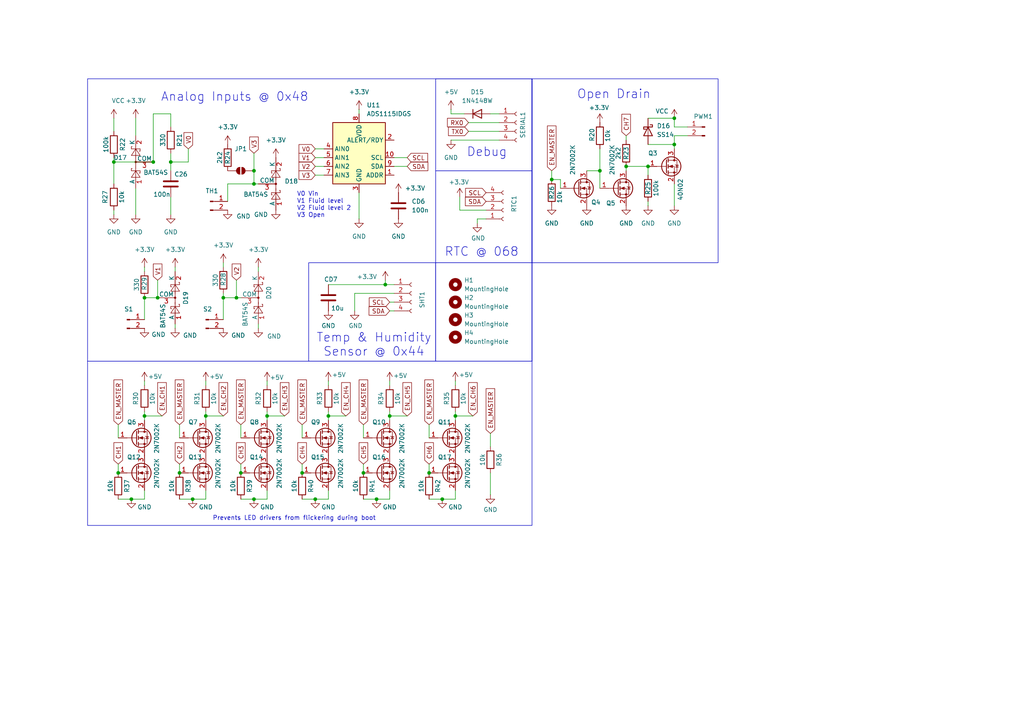
<source format=kicad_sch>
(kicad_sch (version 20231120) (generator "eeschema") (generator_version "8.0")
  (paper "A4")
  (lib_symbols
    (symbol "Analog_ADC:ADS1115IDGS"
      (property "Reference" "U" (at 2.54 13.97 0))
      (property "Value" "ADS1115IDGS" (at 7.62 11.43 0))
      (symbol "ADS1115IDGS_1_1"
        (pin input line (at 10.16 -5.08 180) (length 2.54) (name "ADDR") (number "1"))
        (pin input line (at 10.16 0 180) (length 2.54) (name "SCL") (number "10"))
        (pin output line (at 10.16 5.08 180) (length 2.54) (name "ALERT/RDY") (number "2"))
        (pin power_in line (at 0 -10.16 90) (length 2.54) (name "GND") (number "3"))
        (pin input line (at -10.16 2.54 0) (length 2.54) (name "AIN0") (number "4"))
        (pin input line (at -10.16 0 0) (length 2.54) (name "AIN1") (number "5"))
        (pin input line (at -10.16 -2.54 0) (length 2.54) (name "AIN2") (number "6"))
        (pin input line (at -10.16 -5.08 0) (length 2.54) (name "AIN3") (number "7"))
        (pin power_in line (at 0 12.7 270) (length 2.54) (name "VDD") (number "8"))
        (pin bidirectional line (at 10.16 -2.54 180) (length 2.54) (name "SDA") (number "9"))
      )
    )
    (symbol "Connector:Conn_01x02_Pin" (pin_names (offset 1.016) hide)
      (property "Reference" "J" (at 0 2.54 0))
      (property "Value" "Conn_01x02_Pin" (at 0 -5.08 0))
      (symbol "Conn_01x02_Pin_1_1"
        (pin passive line (at 5.08 0 180) (length 3.81) (name "Pin_1") (number "1"))
        (pin passive line (at 5.08 -2.54 180) (length 3.81) (name "Pin_2") (number "2"))
      )
    )
    (symbol "Connector:Conn_01x04_Socket" (pin_names (offset 1.016) hide)
      (property "Reference" "J" (at 0 5.08 0))
      (property "Value" "Conn_01x04_Socket" (at 0 -7.62 0))
      (symbol "Conn_01x04_Socket_1_1"
        (pin passive line (at -5.08 2.54 0) (length 3.81) (name "Pin_1") (number "1"))
        (pin passive line (at -5.08 0 0) (length 3.81) (name "Pin_2") (number "2"))
        (pin passive line (at -5.08 -2.54 0) (length 3.81) (name "Pin_3") (number "3"))
        (pin passive line (at -5.08 -5.08 0) (length 3.81) (name "Pin_4") (number "4"))
      )
    )
    (symbol "Device:C" (pin_numbers hide) (pin_names (offset 0.254))
      (property "Reference" "C" (at 0.635 2.54 0))
      (property "Value" "C" (at 0.635 -2.54 0))
      (symbol "C_1_1"
        (pin passive line (at 0 3.81 270) (length 2.794) (name "~") (number "1"))
        (pin passive line (at 0 -3.81 90) (length 2.794) (name "~") (number "2"))
      )
    )
    (symbol "Device:R" (pin_numbers hide) (pin_names (offset 0))
      (property "Reference" "R" (at 2.032 0 90))
      (property "Value" "R" (at 0 0 90))
      (symbol "R_1_1"
        (pin passive line (at 0 3.81 270) (length 1.27) (name "~") (number "1"))
        (pin passive line (at 0 -3.81 90) (length 1.27) (name "~") (number "2"))
      )
    )
    (symbol "Diode:1N4148W" (pin_numbers hide) (pin_names hide)
      (property "Reference" "D" (at 0 2.54 0))
      (property "Value" "1N4148W" (at 0 -2.54 0))
      (symbol "1N4148W_1_1"
        (pin passive line (at -3.81 0 0) (length 2.54) (name "K") (number "1"))
        (pin passive line (at 3.81 0 180) (length 2.54) (name "A") (number "2"))
      )
    )
    (symbol "Diode:BAT54S" (pin_names (offset 0))
      (property "Reference" "D" (at 2.54 -5.08 0))
      (property "Value" "BAT54S" (at -6.35 3.175 0))
      (symbol "BAT54S_1_1"
        (pin passive line (at -7.62 0 0) (length 3.81) (name "A") (number "1"))
        (pin passive line (at 7.62 0 180) (length 3.81) (name "K") (number "2"))
        (pin passive line (at 0 -5.08 90) (length 5.08) (name "COM") (number "3"))
      )
    )
    (symbol "Diode:SS14" (pin_numbers hide) (pin_names (offset 1.016) hide)
      (property "Reference" "D" (at 0 2.54 0))
      (property "Value" "SS14" (at 0 -2.54 0))
      (symbol "SS14_1_1"
        (pin passive line (at -3.81 0 0) (length 2.54) (name "K") (number "1"))
        (pin passive line (at 3.81 0 180) (length 2.54) (name "A") (number "2"))
      )
    )
    (symbol "Jumper:SolderJumper_2_Open" (pin_numbers hide) (pin_names (offset 0) hide) (exclude_from_sim yes) (in_bom no)
      (property "Reference" "JP" (at 0 2.032 0))
      (property "Value" "SolderJumper_2_Open" (at 0 -2.54 0))
      (symbol "SolderJumper_2_Open_1_1"
        (pin passive line (at -3.81 0 0) (length 2.54) (name "A") (number "1"))
        (pin passive line (at 3.81 0 180) (length 2.54) (name "B") (number "2"))
      )
    )
    (symbol "Mechanical:MountingHole" (pin_names (offset 1.016)) (exclude_from_sim yes) (in_bom no)
      (property "Reference" "H" (at 0 5.08 0))
      (property "Value" "MountingHole" (at 0 3.175 0))
    )
    (symbol "Transistor_FET:2N7002K" (pin_names hide)
      (property "Reference" "Q" (at 5.08 1.905 0))
      (property "Value" "2N7002K" (at 5.08 0 0))
      (symbol "2N7002K_1_1"
        (pin input line (at -5.08 0 0) (length 2.54) (name "G") (number "1"))
        (pin passive line (at 2.54 -5.08 90) (length 2.54) (name "S") (number "2"))
        (pin passive line (at 2.54 5.08 270) (length 2.54) (name "D") (number "3"))
      )
    )
    (symbol "power:+3.3V" (power) (pin_numbers hide) (pin_names (offset 0) hide)
      (property "Value" "+3.3V" (at 0 3.556 0))
      (symbol "+3.3V_1_1"
        (pin power_in line (at 0 0 90) (length 0) (name "~") (number "1"))
      )
    )
    (symbol "power:+5V" (power) (pin_numbers hide) (pin_names (offset 0) hide)
      (property "Value" "+5V" (at 0 3.556 0))
      (symbol "+5V_1_1"
        (pin power_in line (at 0 0 90) (length 0) (name "~") (number "1"))
      )
    )
    (symbol "power:GND" (power) (pin_numbers hide) (pin_names (offset 0) hide)
      (property "Value" "GND" (at 0 -3.81 0))
      (symbol "GND_1_1"
        (pin power_in line (at 0 0 270) (length 0) (name "~") (number "1"))
      )
    )
    (symbol "power:VCC" (power) (pin_numbers hide) (pin_names (offset 0) hide)
      (property "Value" "VCC" (at 0 3.556 0))
      (symbol "VCC_1_1"
        (pin power_in line (at 0 0 90) (length 0) (name "~") (number "1"))
      )
    )
  )
  (junction (at 73.66 53.34))
  (junction (at 105.41 137.16))
  (junction (at 68.58 86.36))
  (junction (at 195.58 41.91))
  (junction (at 111.76 82.55))
  (junction (at 109.22 144.78))
  (junction (at 77.47 120.65))
  (junction (at 59.69 120.65))
  (junction (at 33.02 46.99))
  (junction (at 64.77 86.36))
  (junction (at 181.61 48.26))
  (junction (at 41.91 120.65))
  (junction (at 128.27 144.78))
  (junction (at 41.91 86.36))
  (junction (at 55.88 144.78))
  (junction (at 195.58 34.29))
  (junction (at 132.08 120.65))
  (junction (at 45.72 86.36))
  (junction (at 113.03 120.65))
  (junction (at 73.66 144.78))
  (junction (at 160.02 52.07))
  (junction (at 91.44 144.78))
  (junction (at 187.96 48.26))
  (junction (at 69.85 137.16))
  (junction (at 173.99 49.53))
  (junction (at 34.29 137.16))
  (junction (at 52.07 137.16))
  (junction (at 124.46 137.16))
  (junction (at 95.25 120.65))
  (junction (at 87.63 137.16))
  (junction (at 44.45 46.99))
  (junction (at 49.53 46.99))
  (junction (at 38.1 144.78))
  (junction (at 73.66 49.53))
  (wire (pts (xy 113.03 90.17) (xy 114.3 90.17)))
  (wire (pts (xy 113.03 120.65) (xy 113.03 121.92)))
  (wire (pts (xy 195.58 39.37) (xy 199.39 39.37)))
  (wire (pts (xy 130.81 40.64) (xy 144.78 40.64)))
  (wire (pts (xy 104.14 31.75) (xy 104.14 33.02)))
  (wire (pts (xy 130.81 33.02) (xy 134.62 33.02)))
  (wire (pts (xy 45.72 81.28) (xy 45.72 86.36)))
  (wire (pts (xy 91.44 50.8) (xy 93.98 50.8)))
  (wire (pts (xy 142.24 125.73) (xy 142.24 129.54)))
  (wire (pts (xy 109.22 144.78) (xy 113.03 144.78)))
  (wire (pts (xy 49.53 33.02) (xy 49.53 36.83)))
  (wire (pts (xy 187.96 58.42) (xy 187.96 59.69)))
  (wire (pts (xy 39.37 34.29) (xy 39.37 39.37)))
  (wire (pts (xy 52.07 123.19) (xy 52.07 127)))
  (wire (pts (xy 54.61 43.18) (xy 54.61 46.99)))
  (wire (pts (xy 133.35 57.15) (xy 133.35 60.96)))
  (wire (pts (xy 87.63 123.19) (xy 87.63 127)))
  (wire (pts (xy 33.02 34.29) (xy 33.02 38.1)))
  (wire (pts (xy 33.02 45.72) (xy 33.02 46.99)))
  (wire (pts (xy 124.46 123.19) (xy 124.46 127)))
  (wire (pts (xy 50.8 93.98) (xy 50.8 95.25)))
  (wire (pts (xy 77.47 119.38) (xy 77.47 120.65)))
  (wire (pts (xy 38.1 144.78) (xy 41.91 144.78)))
  (wire (pts (xy 49.53 46.99) (xy 49.53 49.53)))
  (wire (pts (xy 64.77 86.36) (xy 68.58 86.36)))
  (wire (pts (xy 59.69 111.76) (xy 59.69 110.49)))
  (wire (pts (xy 142.24 33.02) (xy 144.78 33.02)))
  (wire (pts (xy 41.91 120.65) (xy 41.91 121.92)))
  (wire (pts (xy 102.87 85.09) (xy 114.3 85.09)))
  (wire (pts (xy 33.02 46.99) (xy 33.02 53.34)))
  (wire (pts (xy 59.69 120.65) (xy 59.69 121.92)))
  (wire (pts (xy 109.22 144.78) (xy 105.41 144.78)))
  (wire (pts (xy 73.66 53.34) (xy 74.93 53.34)))
  (wire (pts (xy 104.14 55.88) (xy 104.14 63.5)))
  (wire (pts (xy 102.87 90.17) (xy 102.87 85.09)))
  (wire (pts (xy 111.76 82.55) (xy 111.76 81.28)))
  (wire (pts (xy 68.58 81.28) (xy 68.58 86.36)))
  (wire (pts (xy 55.88 144.78) (xy 59.69 144.78)))
  (wire (pts (xy 41.91 86.36) (xy 41.91 92.71)))
  (wire (pts (xy 195.58 34.29) (xy 195.58 36.83)))
  (wire (pts (xy 118.11 120.65) (xy 113.03 120.65)))
  (wire (pts (xy 34.29 123.19) (xy 34.29 127)))
  (wire (pts (xy 73.66 144.78) (xy 77.47 144.78)))
  (wire (pts (xy 64.77 85.09) (xy 64.77 86.36)))
  (wire (pts (xy 181.61 48.26) (xy 187.96 48.26)))
  (wire (pts (xy 113.03 119.38) (xy 113.03 120.65)))
  (wire (pts (xy 49.53 46.99) (xy 54.61 46.99)))
  (wire (pts (xy 59.69 119.38) (xy 59.69 120.65)))
  (wire (pts (xy 38.1 144.78) (xy 34.29 144.78)))
  (wire (pts (xy 95.25 111.76) (xy 95.25 110.49)))
  (wire (pts (xy 132.08 119.38) (xy 132.08 120.65)))
  (wire (pts (xy 132.08 120.65) (xy 132.08 121.92)))
  (wire (pts (xy 195.58 41.91) (xy 195.58 43.18)))
  (wire (pts (xy 195.58 36.83) (xy 199.39 36.83)))
  (wire (pts (xy 113.03 87.63) (xy 114.3 87.63)))
  (wire (pts (xy 181.61 48.26) (xy 181.61 49.53)))
  (wire (pts (xy 41.91 119.38) (xy 41.91 120.65)))
  (wire (pts (xy 66.04 58.42) (xy 66.04 53.34)))
  (wire (pts (xy 114.3 48.26) (xy 118.11 48.26)))
  (wire (pts (xy 74.93 93.98) (xy 74.93 95.25)))
  (wire (pts (xy 69.85 134.62) (xy 69.85 137.16)))
  (wire (pts (xy 173.99 43.18) (xy 173.99 49.53)))
  (wire (pts (xy 91.44 144.78) (xy 95.25 144.78)))
  (wire (pts (xy 187.96 34.29) (xy 195.58 34.29)))
  (wire (pts (xy 95.25 82.55) (xy 111.76 82.55)))
  (wire (pts (xy 87.63 134.62) (xy 87.63 137.16)))
  (wire (pts (xy 95.25 142.24) (xy 95.25 144.78)))
  (wire (pts (xy 138.43 64.77) (xy 138.43 63.5)))
  (wire (pts (xy 160.02 52.07) (xy 162.56 52.07)))
  (wire (pts (xy 41.91 86.36) (xy 45.72 86.36)))
  (wire (pts (xy 73.66 49.53) (xy 73.66 53.34)))
  (wire (pts (xy 49.53 57.15) (xy 49.53 62.23)))
  (wire (pts (xy 130.81 31.75) (xy 130.81 33.02)))
  (wire (pts (xy 113.03 142.24) (xy 113.03 144.78)))
  (wire (pts (xy 135.89 38.1) (xy 144.78 38.1)))
  (wire (pts (xy 44.45 33.02) (xy 44.45 46.99)))
  (wire (pts (xy 52.07 134.62) (xy 52.07 137.16)))
  (wire (pts (xy 74.93 77.47) (xy 74.93 78.74)))
  (wire (pts (xy 77.47 120.65) (xy 77.47 121.92)))
  (wire (pts (xy 77.47 142.24) (xy 77.47 144.78)))
  (wire (pts (xy 55.88 144.78) (xy 52.07 144.78)))
  (wire (pts (xy 173.99 49.53) (xy 173.99 54.61)))
  (wire (pts (xy 77.47 111.76) (xy 77.47 110.49)))
  (wire (pts (xy 68.58 86.36) (xy 69.85 86.36)))
  (wire (pts (xy 132.08 111.76) (xy 132.08 110.49)))
  (wire (pts (xy 114.3 45.72) (xy 118.11 45.72)))
  (wire (pts (xy 66.04 53.34) (xy 73.66 53.34)))
  (wire (pts (xy 82.55 120.65) (xy 77.47 120.65)))
  (wire (pts (xy 181.61 39.37) (xy 181.61 40.64)))
  (wire (pts (xy 39.37 54.61) (xy 39.37 62.23)))
  (wire (pts (xy 41.91 111.76) (xy 41.91 110.49)))
  (wire (pts (xy 73.66 44.45) (xy 73.66 49.53)))
  (wire (pts (xy 33.02 46.99) (xy 44.45 46.99)))
  (wire (pts (xy 105.41 134.62) (xy 105.41 137.16)))
  (wire (pts (xy 135.89 35.56) (xy 144.78 35.56)))
  (wire (pts (xy 111.76 82.55) (xy 114.3 82.55)))
  (wire (pts (xy 69.85 123.19) (xy 69.85 127)))
  (wire (pts (xy 91.44 144.78) (xy 87.63 144.78)))
  (wire (pts (xy 64.77 86.36) (xy 64.77 92.71)))
  (wire (pts (xy 91.44 48.26) (xy 93.98 48.26)))
  (wire (pts (xy 100.33 120.65) (xy 95.25 120.65)))
  (wire (pts (xy 64.77 77.47) (xy 64.77 76.2)))
  (wire (pts (xy 128.27 144.78) (xy 124.46 144.78)))
  (wire (pts (xy 160.02 49.53) (xy 160.02 52.07)))
  (wire (pts (xy 49.53 44.45) (xy 49.53 46.99)))
  (wire (pts (xy 128.27 144.78) (xy 132.08 144.78)))
  (wire (pts (xy 34.29 134.62) (xy 34.29 137.16)))
  (wire (pts (xy 91.44 45.72) (xy 93.98 45.72)))
  (wire (pts (xy 124.46 134.62) (xy 124.46 137.16)))
  (wire (pts (xy 49.53 33.02) (xy 44.45 33.02)))
  (wire (pts (xy 133.35 60.96) (xy 140.97 60.96)))
  (wire (pts (xy 50.8 78.74) (xy 50.8 77.47)))
  (wire (pts (xy 91.44 43.18) (xy 93.98 43.18)))
  (wire (pts (xy 195.58 53.34) (xy 195.58 59.69)))
  (wire (pts (xy 137.16 120.65) (xy 132.08 120.65)))
  (wire (pts (xy 95.25 120.65) (xy 95.25 121.92)))
  (wire (pts (xy 64.77 120.65) (xy 59.69 120.65)))
  (wire (pts (xy 73.66 144.78) (xy 69.85 144.78)))
  (wire (pts (xy 195.58 39.37) (xy 195.58 41.91)))
  (wire (pts (xy 105.41 123.19) (xy 105.41 127)))
  (wire (pts (xy 113.03 111.76) (xy 113.03 110.49)))
  (wire (pts (xy 187.96 48.26) (xy 187.96 50.8)))
  (wire (pts (xy 46.99 120.65) (xy 41.91 120.65)))
  (wire (pts (xy 41.91 142.24) (xy 41.91 144.78)))
  (wire (pts (xy 33.02 60.96) (xy 33.02 62.23)))
  (wire (pts (xy 187.96 41.91) (xy 195.58 41.91)))
  (wire (pts (xy 59.69 142.24) (xy 59.69 144.78)))
  (wire (pts (xy 138.43 63.5) (xy 140.97 63.5)))
  (wire (pts (xy 41.91 78.74) (xy 41.91 77.47)))
  (wire (pts (xy 132.08 142.24) (xy 132.08 144.78)))
  (wire (pts (xy 142.24 137.16) (xy 142.24 143.51)))
  (wire (pts (xy 95.25 119.38) (xy 95.25 120.65)))
  (wire (pts (xy 170.18 49.53) (xy 173.99 49.53)))
  (wire (pts (xy 162.56 52.07) (xy 162.56 54.61)))
  (rectangle (start 126.365 22.86) (end 154.305 49.53))
  (rectangle (start 126.365 49.53) (end 154.305 76.2))
  (rectangle (start 89.535 76.2) (end 126.365 104.775))
  (rectangle (start 126.365 76.2) (end 154.305 104.775))
  (rectangle (start 154.305 22.86) (end 208.28 76.2))
  (rectangle (start 25.4 22.86) (end 154.305 104.775))
  (rectangle (start 25.4 104.775) (end 154.305 152.4))
  (text "Analog Inputs @ 0x48" (at 68.072 28.194 0) (effects (font (size 2.54 2.54))))
  (text "RTC @ 068" (at 139.7 73.152 0) (effects (font (size 2.54 2.54))))
  (text "Debug" (at 141.224 44.196 0) (effects (font (size 2.54 2.54))))
  (text "Open Drain" (at 178.054 27.432 0) (effects (font (size 2.54 2.54))))
  (text "Prevents LED drivers from flickering during boot" (at 85.344 150.368 0) (effects (font (size 1.27 1.27))))
  (text "Temp & Humidity\nSensor @ 0x44" (at 108.458 100.076 0) (effects (font (size 2.54 2.54))))
  (text "V0 Vin\nV1 Fluid level\nV2 Fluid level 2\nV3 Open" (at 86.106 59.436 0) (effects (font (size 1.27 1.27)) (justify left)))
  (global_label "EN_MASTER" (shape input) (at 142.24 125.73 90) (property "Intersheetrefs" "${INTERSHEET_REFS}" (effects (hide yes))))
  (global_label "V2" (shape input) (at 91.44 48.26 180) (property "Intersheetrefs" "${INTERSHEET_REFS}" (effects (hide yes))))
  (global_label "TX0" (shape input) (at 135.89 38.1 180) (property "Intersheetrefs" "${INTERSHEET_REFS}" (effects (hide yes))))
  (global_label "EN_CH2" (shape input) (at 64.77 120.65 90) (property "Intersheetrefs" "${INTERSHEET_REFS}" (effects (hide yes))))
  (global_label "V3" (shape input) (at 91.44 50.8 180) (property "Intersheetrefs" "${INTERSHEET_REFS}" (effects (hide yes))))
  (global_label "CH1" (shape input) (at 34.29 134.62 90) (property "Intersheetrefs" "${INTERSHEET_REFS}" (effects (hide yes))))
  (global_label "SCL" (shape input) (at 113.03 87.63 180) (property "Intersheetrefs" "${INTERSHEET_REFS}" (effects (hide yes))))
  (global_label "V0" (shape input) (at 54.61 43.18 90) (property "Intersheetrefs" "${INTERSHEET_REFS}" (effects (hide yes))))
  (global_label "V1" (shape input) (at 91.44 45.72 180) (property "Intersheetrefs" "${INTERSHEET_REFS}" (effects (hide yes))))
  (global_label "EN_CH3" (shape input) (at 82.55 120.65 90) (property "Intersheetrefs" "${INTERSHEET_REFS}" (effects (hide yes))))
  (global_label "EN_CH4" (shape input) (at 100.33 120.65 90) (property "Intersheetrefs" "${INTERSHEET_REFS}" (effects (hide yes))))
  (global_label "CH6" (shape input) (at 124.46 134.62 90) (property "Intersheetrefs" "${INTERSHEET_REFS}" (effects (hide yes))))
  (global_label "SCL" (shape input) (at 118.11 45.72 0) (property "Intersheetrefs" "${INTERSHEET_REFS}" (effects (hide yes))))
  (global_label "EN_MASTER" (shape input) (at 52.07 123.19 90) (property "Intersheetrefs" "${INTERSHEET_REFS}" (effects (hide yes))))
  (global_label "SCL" (shape input) (at 140.97 55.88 180) (property "Intersheetrefs" "${INTERSHEET_REFS}" (effects (hide yes))))
  (global_label "SDA" (shape input) (at 140.97 58.42 180) (property "Intersheetrefs" "${INTERSHEET_REFS}" (effects (hide yes))))
  (global_label "CH3" (shape input) (at 69.85 134.62 90) (property "Intersheetrefs" "${INTERSHEET_REFS}" (effects (hide yes))))
  (global_label "CH7" (shape input) (at 181.61 39.37 90) (property "Intersheetrefs" "${INTERSHEET_REFS}" (effects (hide yes))))
  (global_label "EN_MASTER" (shape input) (at 34.29 123.19 90) (property "Intersheetrefs" "${INTERSHEET_REFS}" (effects (hide yes))))
  (global_label "EN_MASTER" (shape input) (at 124.46 123.19 90) (property "Intersheetrefs" "${INTERSHEET_REFS}" (effects (hide yes))))
  (global_label "EN_CH6" (shape input) (at 137.16 120.65 90) (property "Intersheetrefs" "${INTERSHEET_REFS}" (effects (hide yes))))
  (global_label "CH5" (shape input) (at 105.41 134.62 90) (property "Intersheetrefs" "${INTERSHEET_REFS}" (effects (hide yes))))
  (global_label "RX0" (shape input) (at 135.89 35.56 180) (property "Intersheetrefs" "${INTERSHEET_REFS}" (effects (hide yes))))
  (global_label "V3" (shape input) (at 73.66 44.45 90) (property "Intersheetrefs" "${INTERSHEET_REFS}" (effects (hide yes))))
  (global_label "CH2" (shape input) (at 52.07 134.62 90) (property "Intersheetrefs" "${INTERSHEET_REFS}" (effects (hide yes))))
  (global_label "CH4" (shape input) (at 87.63 134.62 90) (property "Intersheetrefs" "${INTERSHEET_REFS}" (effects (hide yes))))
  (global_label "EN_CH1" (shape input) (at 46.99 120.65 90) (property "Intersheetrefs" "${INTERSHEET_REFS}" (effects (hide yes))))
  (global_label "V1" (shape input) (at 45.72 81.28 90) (property "Intersheetrefs" "${INTERSHEET_REFS}" (effects (hide yes))))
  (global_label "EN_MASTER" (shape input) (at 87.63 123.19 90) (property "Intersheetrefs" "${INTERSHEET_REFS}" (effects (hide yes))))
  (global_label "V2" (shape input) (at 68.58 81.28 90) (property "Intersheetrefs" "${INTERSHEET_REFS}" (effects (hide yes))))
  (global_label "EN_MASTER" (shape input) (at 160.02 49.53 90) (property "Intersheetrefs" "${INTERSHEET_REFS}" (effects (hide yes))))
  (global_label "SDA" (shape input) (at 113.03 90.17 180) (property "Intersheetrefs" "${INTERSHEET_REFS}" (effects (hide yes))))
  (global_label "EN_MASTER" (shape input) (at 69.85 123.19 90) (property "Intersheetrefs" "${INTERSHEET_REFS}" (effects (hide yes))))
  (global_label "V0" (shape input) (at 91.44 43.18 180) (property "Intersheetrefs" "${INTERSHEET_REFS}" (effects (hide yes))))
  (global_label "EN_CH5" (shape input) (at 118.11 120.65 90) (property "Intersheetrefs" "${INTERSHEET_REFS}" (effects (hide yes))))
  (global_label "EN_MASTER" (shape input) (at 105.41 123.19 90) (property "Intersheetrefs" "${INTERSHEET_REFS}" (effects (hide yes))))
  (global_label "SDA" (shape input) (at 118.11 48.26 0) (property "Intersheetrefs" "${INTERSHEET_REFS}" (effects (hide yes))))
  (symbol (lib_id "power:GND") (at 181.61 59.69 0) (unit 1)
    (property "Reference" "#PWR108" (effects (hide yes)))
    (property "Value" "GND" (at 181.61 64.77 0))
    (property "Description" "Power symbol creates a global label with name \"GND\" , ground" (effects (hide yes)))
  )
  (symbol (lib_id "power:GND") (at 55.88 144.78 0) (unit 1)
    (property "Reference" "#PWR138" (effects (hide yes)))
    (property "Value" "GND" (at 59.69 147.066 0))
    (property "Description" "Power symbol creates a global label with name \"GND\" , ground" (effects (hide yes)))
  )
  (symbol (lib_id "Transistor_FET:2N7002K") (at 39.37 127 0) (unit 1)
    (property "Reference" "Q6" (at 36.83 122.428 0) (effects (justify left)))
    (property "Value" "2N7002K" (at 45.466 131.572 90) (effects (justify left)))
    (property "Footprint" "Package_TO_SOT_SMD:SOT-23" (effects (hide yes)))
    (property "Datasheet" "https://www.diodes.com/assets/Datasheets/ds30896.pdf" (effects (hide yes)))
    (property "Description" "0.38A Id, 60V Vds, N-Channel MOSFET, SOT-23" (effects (hide yes)))
    (property "LCSC" "C65189" (effects (hide yes)))
  )
  (symbol (lib_id "power:GND") (at 115.57 63.5 0) (unit 1)
    (property "Reference" "#PWR117" (effects (hide yes)))
    (property "Value" "GND" (at 115.57 68.58 0))
    (property "Description" "Power symbol creates a global label with name \"GND\" , ground" (effects (hide yes)))
  )
  (symbol (lib_id "Device:R") (at 142.24 133.35 0) (unit 1)
    (property "Reference" "R36" (at 144.78 133.35 90))
    (property "Value" "10k" (at 139.954 133.35 90))
    (property "Footprint" "Resistor_SMD:R_0805_2012Metric" (effects (hide yes)))
    (property "Description" "Resistor" (effects (hide yes)))
    (property "LCSC" "C17414" (effects (hide yes)))
  )
  (symbol (lib_id "Connector:Conn_01x02_Pin") (at 204.47 36.83 0) (mirror y) (unit 1)
    (property "Reference" "PWM1" (at 203.962 33.782 0))
    (property "Value" "Conn_01x02_Pin" (effects (hide yes)))
    (property "Footprint" "Connector_Phoenix_MSTB:PhoenixContact_MSTBA_2,5_2-G-5,08_1x02_P5.08mm_Horizontal" (effects (hide yes)))
    (property "Description" "Generic connector, single row, 01x02, script generated" (effects (hide yes)))
    (property "LCSC" "1" (effects (hide yes)))
  )
  (symbol (lib_id "Device:R") (at 64.77 81.28 0) (unit 1)
    (property "Reference" "R28" (at 64.77 81.026 90))
    (property "Value" "330" (at 62.484 81.28 90))
    (property "Footprint" "Resistor_SMD:R_0805_2012Metric" (effects (hide yes)))
    (property "Description" "Resistor" (effects (hide yes)))
    (property "LCSC" "C17630" (effects (hide yes)))
  )
  (symbol (lib_id "power:GND") (at 74.93 95.25 0) (unit 1)
    (property "Reference" "#PWR129" (effects (hide yes)))
    (property "Value" "GND" (at 79.502 97.536 0))
    (property "Description" "Power symbol creates a global label with name \"GND\" , ground" (effects (hide yes)))
  )
  (symbol (lib_id "power:GND") (at 195.58 59.69 0) (unit 1)
    (property "Reference" "#PWR110" (effects (hide yes)))
    (property "Value" "GND" (at 195.58 64.77 0))
    (property "Description" "Power symbol creates a global label with name \"GND\" , ground" (effects (hide yes)))
  )
  (symbol (lib_id "Mechanical:MountingHole") (at 132.08 82.55 0) (unit 1) (exclude_from_sim yes) (in_bom no)
    (property "Reference" "H1" (at 134.62 81.2799 0) (effects (justify left)))
    (property "Value" "MountingHole" (at 134.62 83.8199 0) (effects (justify left)))
    (property "Footprint" "MountingHole:MountingHole_3.2mm_M3" (effects (hide yes)))
    (property "Description" "Mounting Hole without connection" (effects (hide yes)))
  )
  (symbol (lib_id "Transistor_FET:2N7002K") (at 193.04 48.26 0) (unit 1)
    (property "Reference" "Q3" (at 187.96 44.45 0) (effects (justify left)))
    (property "Value" "40N02" (at 197.358 58.166 90) (effects (justify left)))
    (property "Footprint" "Package_TO_SOT_SMD:TO-252-2" (effects (hide yes)))
    (property "Datasheet" "https://www.diodes.com/assets/Datasheets/ds30896.pdf" (effects (hide yes)))
    (property "Description" "0.38A Id, 60V Vds, N-Channel MOSFET, SOT-23" (effects (hide yes)))
  )
  (symbol (lib_id "Device:R") (at 41.91 82.55 0) (unit 1)
    (property "Reference" "R29" (at 41.91 82.296 90))
    (property "Value" "330" (at 39.624 82.55 90))
    (property "Footprint" "Resistor_SMD:R_0805_2012Metric" (effects (hide yes)))
    (property "Description" "Resistor" (effects (hide yes)))
    (property "LCSC" "C17630" (effects (hide yes)))
  )
  (symbol (lib_id "power:+5V") (at 113.03 110.49 0) (unit 1)
    (property "Reference" "#PWR134" (effects (hide yes)))
    (property "Value" "+5V" (at 116.078 108.966 0))
    (property "Description" "Power symbol creates a global label with name \"+5V\"" (effects (hide yes)))
  )
  (symbol (lib_id "Diode:SS14") (at 187.96 38.1 270) (unit 1)
    (property "Reference" "D16" (at 190.5 36.5124 90) (effects (justify left)))
    (property "Value" "SS14" (at 190.5 39.0524 90) (effects (justify left)))
    (property "Footprint" "Diode_SMD:D_SMA" (effects (hide yes)))
    (property "Datasheet" "https://www.vishay.com/docs/88746/ss12.pdf" (effects (hide yes)))
    (property "Description" "40V 1A Schottky Diode, SMA" (effects (hide yes)))
    (property "LCSC" "C2909920" (effects (hide yes)))
  )
  (symbol (lib_id "Device:R") (at 160.02 55.88 180) (unit 1)
    (property "Reference" "R26" (at 160.02 55.88 90))
    (property "Value" "10k" (at 162.306 57.15 90))
    (property "Footprint" "Resistor_SMD:R_0805_2012Metric" (effects (hide yes)))
    (property "Description" "Resistor" (effects (hide yes)))
    (property "LCSC" "C17414" (effects (hide yes)))
  )
  (symbol (lib_id "Device:R") (at 33.02 57.15 180) (unit 1)
    (property "Reference" "R27" (at 30.48 57.15 90))
    (property "Value" "10k" (at 35.306 57.15 90))
    (property "Footprint" "Resistor_SMD:R_0805_2012Metric" (effects (hide yes)))
    (property "Description" "Resistor" (effects (hide yes)))
    (property "LCSC" "C17414" (effects (hide yes)))
  )
  (symbol (lib_id "Mechanical:MountingHole") (at 132.08 87.63 0) (unit 1) (exclude_from_sim yes) (in_bom no)
    (property "Reference" "H2" (at 134.62 86.3599 0) (effects (justify left)))
    (property "Value" "MountingHole" (at 134.62 88.8999 0) (effects (justify left)))
    (property "Footprint" "MountingHole:MountingHole_3.2mm_M3" (effects (hide yes)))
    (property "Description" "Mounting Hole without connection" (effects (hide yes)))
  )
  (symbol (lib_id "power:GND") (at 66.04 60.96 0) (unit 1)
    (property "Reference" "#PWR111" (effects (hide yes)))
    (property "Value" "GND" (at 70.612 62.738 0))
    (property "Description" "Power symbol creates a global label with name \"GND\" , ground" (effects (hide yes)))
  )
  (symbol (lib_id "Device:C") (at 49.53 53.34 0) (unit 1)
    (property "Reference" "C26" (at 50.546 50.546 0) (effects (justify left)))
    (property "Value" "100n" (at 44.45 56.388 0) (effects (justify left)))
    (property "Footprint" "Capacitor_SMD:C_0805_2012Metric" (effects (hide yes)))
    (property "Description" "Unpolarized capacitor" (effects (hide yes)))
    (property "LCSC" "C1711" (effects (hide yes)))
  )
  (symbol (lib_id "Mechanical:MountingHole") (at 132.08 97.79 0) (unit 1) (exclude_from_sim yes) (in_bom no)
    (property "Reference" "H4" (at 134.62 96.5199 0) (effects (justify left)))
    (property "Value" "MountingHole" (at 134.62 99.0599 0) (effects (justify left)))
    (property "Footprint" "MountingHole:MountingHole_3.2mm_M3" (effects (hide yes)))
    (property "Description" "Mounting Hole without connection" (effects (hide yes)))
  )
  (symbol (lib_id "power:+3.3V") (at 115.57 55.88 0) (unit 1)
    (property "Reference" "#PWR104" (effects (hide yes)))
    (property "Value" "+3.3V" (at 120.396 54.61 0))
    (property "Description" "Power symbol creates a global label with name \"+3.3V\"" (effects (hide yes)))
  )
  (symbol (lib_id "Transistor_FET:2N7002K") (at 57.15 127 0) (unit 1)
    (property "Reference" "Q7" (at 54.61 122.428 0) (effects (justify left)))
    (property "Value" "2N7002K" (at 63.246 131.572 90) (effects (justify left)))
    (property "Footprint" "Package_TO_SOT_SMD:SOT-23" (effects (hide yes)))
    (property "Datasheet" "https://www.diodes.com/assets/Datasheets/ds30896.pdf" (effects (hide yes)))
    (property "Description" "0.38A Id, 60V Vds, N-Channel MOSFET, SOT-23" (effects (hide yes)))
    (property "LCSC" "C65189" (effects (hide yes)))
  )
  (symbol (lib_id "power:+3.3V") (at 80.01 45.72 0) (unit 1)
    (property "Reference" "#PWR103" (effects (hide yes)))
    (property "Value" "+3.3V" (at 80.01 40.64 0))
    (property "Description" "Power symbol creates a global label with name \"+3.3V\"" (effects (hide yes)))
  )
  (symbol (lib_id "power:GND") (at 138.43 64.77 0) (unit 1)
    (property "Reference" "#PWR118" (effects (hide yes)))
    (property "Value" "GND" (at 138.684 69.088 0))
    (property "Description" "Power symbol creates a global label with name \"GND\" , ground" (effects (hide yes)))
  )
  (symbol (lib_id "Device:R") (at 132.08 115.57 180) (unit 1)
    (property "Reference" "R35" (at 129.54 115.57 90))
    (property "Value" "10k" (at 134.366 115.57 90))
    (property "Footprint" "Resistor_SMD:R_0805_2012Metric" (effects (hide yes)))
    (property "Description" "Resistor" (effects (hide yes)))
    (property "LCSC" "C17414" (effects (hide yes)))
  )
  (symbol (lib_id "Connector:Conn_01x04_Socket") (at 146.05 60.96 0) (mirror x) (unit 1)
    (property "Reference" "RTC1" (at 149.098 56.642 90) (effects (justify left)))
    (property "Value" "Conn_01x04_Socket" (effects (hide yes)))
    (property "Footprint" "Library:RTC" (effects (hide yes)))
    (property "Description" "Generic connector, single row, 01x04, script generated" (effects (hide yes)))
    (property "LCSC" "1" (effects (hide yes)))
  )
  (symbol (lib_id "power:GND") (at 91.44 144.78 0) (unit 1)
    (property "Reference" "#PWR140" (effects (hide yes)))
    (property "Value" "GND" (at 95.25 147.066 0))
    (property "Description" "Power symbol creates a global label with name \"GND\" , ground" (effects (hide yes)))
  )
  (symbol (lib_id "power:+5V") (at 59.69 110.49 0) (unit 1)
    (property "Reference" "#PWR131" (effects (hide yes)))
    (property "Value" "+5V" (at 62.738 109.22 0))
    (property "Description" "Power symbol creates a global label with name \"+5V\"" (effects (hide yes)))
  )
  (symbol (lib_id "power:GND") (at 128.27 144.78 0) (unit 1)
    (property "Reference" "#PWR142" (effects (hide yes)))
    (property "Value" "GND" (at 132.08 147.066 0))
    (property "Description" "Power symbol creates a global label with name \"GND\" , ground" (effects (hide yes)))
  )
  (symbol (lib_id "Device:R") (at 173.99 39.37 180) (unit 1)
    (property "Reference" "R20" (at 171.704 39.116 90))
    (property "Value" "10k" (at 176.276 39.37 90))
    (property "Footprint" "Resistor_SMD:R_0805_2012Metric" (effects (hide yes)))
    (property "Description" "Resistor" (effects (hide yes)))
    (property "LCSC" "C17414" (effects (hide yes)))
  )
  (symbol (lib_id "Connector:Conn_01x04_Socket") (at 119.38 85.09 0) (unit 1)
    (property "Reference" "SHT1" (at 122.428 89.408 90) (effects (justify left)))
    (property "Value" "Conn_01x04_Socket" (effects (hide yes)))
    (property "Footprint" "Connector_PinHeader_2.54mm:PinHeader_1x04_P2.54mm_Vertical" (effects (hide yes)))
    (property "Description" "Generic connector, single row, 01x04, script generated" (effects (hide yes)))
    (property "LCSC" "1" (effects (hide yes)))
  )
  (symbol (lib_id "Connector:Conn_01x02_Pin") (at 36.83 92.71 0) (unit 1)
    (property "Reference" "S1" (at 37.338 89.662 0))
    (property "Value" "Conn_01x02_Pin" (effects (hide yes)))
    (property "Footprint" "Connector_Phoenix_MSTB:PhoenixContact_MSTBA_2,5_2-G-5,08_1x02_P5.08mm_Horizontal" (effects (hide yes)))
    (property "Description" "Generic connector, single row, 01x02, script generated" (effects (hide yes)))
    (property "LCSC" "1" (effects (hide yes)))
  )
  (symbol (lib_id "Device:R") (at 41.91 115.57 180) (unit 1)
    (property "Reference" "R30" (at 39.37 115.57 90))
    (property "Value" "10k" (at 44.196 115.57 90))
    (property "Footprint" "Resistor_SMD:R_0805_2012Metric" (effects (hide yes)))
    (property "Description" "Resistor" (effects (hide yes)))
    (property "LCSC" "C17414" (effects (hide yes)))
  )
  (symbol (lib_id "Transistor_FET:2N7002K") (at 39.37 137.16 0) (unit 1)
    (property "Reference" "Q12" (at 36.83 132.588 0) (effects (justify left)))
    (property "Value" "2N7002K" (at 45.466 141.732 90) (effects (justify left)))
    (property "Footprint" "Package_TO_SOT_SMD:SOT-23" (effects (hide yes)))
    (property "Datasheet" "https://www.diodes.com/assets/Datasheets/ds30896.pdf" (effects (hide yes)))
    (property "Description" "0.38A Id, 60V Vds, N-Channel MOSFET, SOT-23" (effects (hide yes)))
    (property "LCSC" "C65189" (effects (hide yes)))
  )
  (symbol (lib_id "power:+3.3V") (at 64.77 76.2 0) (unit 1)
    (property "Reference" "#PWR119" (effects (hide yes)))
    (property "Value" "+3.3V" (at 64.77 71.12 0))
    (property "Description" "Power symbol creates a global label with name \"+3.3V\"" (effects (hide yes)))
  )
  (symbol (lib_id "Device:R") (at 87.63 140.97 0) (unit 1)
    (property "Reference" "R40" (at 90.17 140.97 90))
    (property "Value" "10k" (at 85.344 140.97 90))
    (property "Footprint" "Resistor_SMD:R_0805_2012Metric" (effects (hide yes)))
    (property "Description" "Resistor" (effects (hide yes)))
    (property "LCSC" "C17414" (effects (hide yes)))
  )
  (symbol (lib_id "Device:C") (at 95.25 86.36 0) (unit 1)
    (property "Reference" "CD7" (at 93.98 81.026 0) (effects (justify left)))
    (property "Value" "10u" (at 96.012 89.408 0) (effects (justify left)))
    (property "Footprint" "Capacitor_SMD:C_0805_2012Metric" (effects (hide yes)))
    (property "Description" "Unpolarized capacitor" (effects (hide yes)))
    (property "LCSC" "C77075" (effects (hide yes)))
  )
  (symbol (lib_id "power:GND") (at 102.87 90.17 0) (unit 1)
    (property "Reference" "#PWR125" (effects (hide yes)))
    (property "Value" "GND" (at 103.124 94.488 0))
    (property "Description" "Power symbol creates a global label with name \"GND\" , ground" (effects (hide yes)))
  )
  (symbol (lib_id "Transistor_FET:2N7002K") (at 74.93 137.16 0) (unit 1)
    (property "Reference" "Q14" (at 72.39 132.588 0) (effects (justify left)))
    (property "Value" "2N7002K" (at 81.026 141.732 90) (effects (justify left)))
    (property "Footprint" "Package_TO_SOT_SMD:SOT-23" (effects (hide yes)))
    (property "Datasheet" "https://www.diodes.com/assets/Datasheets/ds30896.pdf" (effects (hide yes)))
    (property "Description" "0.38A Id, 60V Vds, N-Channel MOSFET, SOT-23" (effects (hide yes)))
    (property "LCSC" "C65189" (effects (hide yes)))
  )
  (symbol (lib_id "Transistor_FET:2N7002K") (at 129.54 127 0) (unit 1)
    (property "Reference" "Q11" (at 127 122.428 0) (effects (justify left)))
    (property "Value" "2N7002K" (at 135.636 131.572 90) (effects (justify left)))
    (property "Footprint" "Package_TO_SOT_SMD:SOT-23" (effects (hide yes)))
    (property "Datasheet" "https://www.diodes.com/assets/Datasheets/ds30896.pdf" (effects (hide yes)))
    (property "Description" "0.38A Id, 60V Vds, N-Channel MOSFET, SOT-23" (effects (hide yes)))
    (property "LCSC" "C65189" (effects (hide yes)))
  )
  (symbol (lib_id "power:GND") (at 33.02 62.23 0) (unit 1)
    (property "Reference" "#PWR113" (effects (hide yes)))
    (property "Value" "GND" (at 33.02 67.31 0))
    (property "Description" "Power symbol creates a global label with name \"GND\" , ground" (effects (hide yes)))
  )
  (symbol (lib_id "Device:R") (at 124.46 140.97 0) (unit 1)
    (property "Reference" "R42" (at 127 140.97 90))
    (property "Value" "10k" (at 122.174 140.97 90))
    (property "Footprint" "Resistor_SMD:R_0805_2012Metric" (effects (hide yes)))
    (property "Description" "Resistor" (effects (hide yes)))
    (property "LCSC" "C17414" (effects (hide yes)))
  )
  (symbol (lib_id "Device:R") (at 66.04 45.72 0) (unit 1)
    (property "Reference" "R24" (at 66.04 45.72 90))
    (property "Value" "2k2" (at 63.754 45.72 90))
    (property "Footprint" "Resistor_SMD:R_0805_2012Metric" (effects (hide yes)))
    (property "Description" "Resistor" (effects (hide yes)))
    (property "LCSC" "C17520" (effects (hide yes)))
  )
  (symbol (lib_id "power:+3.3V") (at 133.35 57.15 0) (unit 1)
    (property "Reference" "#PWR105" (effects (hide yes)))
    (property "Value" "+3.3V" (at 133.096 52.832 0))
    (property "Description" "Power symbol creates a global label with name \"+3.3V\"" (effects (hide yes)))
  )
  (symbol (lib_id "Analog_ADC:ADS1115IDGS") (at 104.14 45.72 0) (unit 1)
    (property "Reference" "U11" (at 106.3341 30.48 0) (effects (justify left)))
    (property "Value" "ADS1115IDGS" (at 106.3341 33.02 0) (effects (justify left)))
    (property "Footprint" "Package_SO:TSSOP-10_3x3mm_P0.5mm" (effects (hide yes)))
    (property "Datasheet" "http://www.ti.com/lit/ds/symlink/ads1113.pdf" (effects (hide yes)))
    (property "Description" "Ultra-Small, Low-Power, I2C-Compatible, 860-SPS, 16-Bit ADCs With Internal Reference, Oscillator, and Programmable Comparator, VSSOP-10" (effects (hide yes)))
    (property "LCSC" "C37593" (effects (hide yes)))
  )
  (symbol (lib_id "power:GND") (at 170.18 59.69 0) (unit 1)
    (property "Reference" "#PWR107" (effects (hide yes)))
    (property "Value" "GND" (at 170.18 64.77 0))
    (property "Description" "Power symbol creates a global label with name \"GND\" , ground" (effects (hide yes)))
  )
  (symbol (lib_id "Diode:BAT54S") (at 50.8 86.36 270) (mirror x) (unit 1)
    (property "Reference" "D19" (at 53.848 88.392 0) (effects (justify left)))
    (property "Value" "BAT54S" (at 47.244 95.25 0) (effects (justify left)))
    (property "Footprint" "Package_TO_SOT_SMD:SOT-23" (effects (hide yes)))
    (property "Datasheet" "https://www.diodes.com/assets/Datasheets/ds11005.pdf" (effects (hide yes)))
    (property "Description" "Vr 30V, If 200mA, Dual schottky barrier diode, in series, SOT-323" (effects (hide yes)))
    (property "LCSC" "C47546" (effects (hide yes)))
  )
  (symbol (lib_id "power:GND") (at 142.24 143.51 0) (unit 1)
    (property "Reference" "#PWR136" (effects (hide yes)))
    (property "Value" "GND" (at 142.24 147.828 0))
    (property "Description" "Power symbol creates a global label with name \"GND\" , ground" (effects (hide yes)))
  )
  (symbol (lib_id "power:GND") (at 104.14 63.5 0) (unit 1)
    (property "Reference" "#PWR116" (effects (hide yes)))
    (property "Value" "GND" (at 104.14 68.58 0))
    (property "Description" "Power symbol creates a global label with name \"GND\" , ground" (effects (hide yes)))
  )
  (symbol (lib_id "Transistor_FET:2N7002K") (at 74.93 127 0) (unit 1)
    (property "Reference" "Q8" (at 72.39 122.428 0) (effects (justify left)))
    (property "Value" "2N7002K" (at 81.026 131.572 90) (effects (justify left)))
    (property "Footprint" "Package_TO_SOT_SMD:SOT-23" (effects (hide yes)))
    (property "Datasheet" "https://www.diodes.com/assets/Datasheets/ds30896.pdf" (effects (hide yes)))
    (property "Description" "0.38A Id, 60V Vds, N-Channel MOSFET, SOT-23" (effects (hide yes)))
    (property "LCSC" "C65189" (effects (hide yes)))
  )
  (symbol (lib_id "power:GND") (at 187.96 59.69 0) (unit 1)
    (property "Reference" "#PWR109" (effects (hide yes)))
    (property "Value" "GND" (at 187.96 64.77 0))
    (property "Description" "Power symbol creates a global label with name \"GND\" , ground" (effects (hide yes)))
  )
  (symbol (lib_id "Device:R") (at 59.69 115.57 180) (unit 1)
    (property "Reference" "R31" (at 57.15 115.57 90))
    (property "Value" "10k" (at 61.976 115.57 90))
    (property "Footprint" "Resistor_SMD:R_0805_2012Metric" (effects (hide yes)))
    (property "Description" "Resistor" (effects (hide yes)))
    (property "LCSC" "C17414" (effects (hide yes)))
  )
  (symbol (lib_id "Transistor_FET:2N7002K") (at 92.71 127 0) (unit 1)
    (property "Reference" "Q9" (at 90.17 122.428 0) (effects (justify left)))
    (property "Value" "2N7002K" (at 98.806 131.572 90) (effects (justify left)))
    (property "Footprint" "Package_TO_SOT_SMD:SOT-23" (effects (hide yes)))
    (property "Datasheet" "https://www.diodes.com/assets/Datasheets/ds30896.pdf" (effects (hide yes)))
    (property "Description" "0.38A Id, 60V Vds, N-Channel MOSFET, SOT-23" (effects (hide yes)))
    (property "LCSC" "C65189" (effects (hide yes)))
  )
  (symbol (lib_id "power:+3.3V") (at 66.04 41.91 0) (unit 1)
    (property "Reference" "#PWR101" (effects (hide yes)))
    (property "Value" "+3.3V" (at 66.04 36.83 0))
    (property "Description" "Power symbol creates a global label with name \"+3.3V\"" (effects (hide yes)))
  )
  (symbol (lib_id "Device:R") (at 113.03 115.57 180) (unit 1)
    (property "Reference" "R34" (at 110.49 115.57 90))
    (property "Value" "10k" (at 115.316 115.57 90))
    (property "Footprint" "Resistor_SMD:R_0805_2012Metric" (effects (hide yes)))
    (property "Description" "Resistor" (effects (hide yes)))
    (property "LCSC" "C17414" (effects (hide yes)))
  )
  (symbol (lib_id "Device:C") (at 115.57 59.69 0) (unit 1)
    (property "Reference" "CD6" (at 119.38 58.4199 0) (effects (justify left)))
    (property "Value" "100n" (at 119.38 60.9599 0) (effects (justify left)))
    (property "Footprint" "Capacitor_SMD:C_0805_2012Metric" (effects (hide yes)))
    (property "Description" "Unpolarized capacitor" (effects (hide yes)))
    (property "LCSC" "C1711" (effects (hide yes)))
  )
  (symbol (lib_id "power:GND") (at 49.53 62.23 0) (unit 1)
    (property "Reference" "#PWR115" (effects (hide yes)))
    (property "Value" "GND" (at 49.53 67.31 0))
    (property "Description" "Power symbol creates a global label with name \"GND\" , ground" (effects (hide yes)))
  )
  (symbol (lib_id "Device:R") (at 52.07 140.97 0) (unit 1)
    (property "Reference" "R38" (at 54.61 140.97 90))
    (property "Value" "10k" (at 49.784 140.97 90))
    (property "Footprint" "Resistor_SMD:R_0805_2012Metric" (effects (hide yes)))
    (property "Description" "Resistor" (effects (hide yes)))
    (property "LCSC" "C17414" (effects (hide yes)))
  )
  (symbol (lib_id "Connector:Conn_01x04_Socket") (at 149.86 35.56 0) (unit 1)
    (property "Reference" "SERIAL1" (at 151.638 40.132 90) (effects (justify left)))
    (property "Value" "Conn_01x04_Socket" (effects (hide yes)))
    (property "Footprint" "Connector_Hirose:Hirose_DF13C_CL535-0404-8-51_1x04-1MP_P1.25mm_Vertical" (effects (hide yes)))
    (property "Description" "Generic connector, single row, 01x04, script generated" (effects (hide yes)))
    (property "LCSC" "C7433470" (effects (hide yes)))
  )
  (symbol (lib_id "Device:R") (at 181.61 44.45 0) (unit 1)
    (property "Reference" "R23" (at 181.61 44.45 90))
    (property "Value" "2k2" (at 179.324 44.45 90))
    (property "Footprint" "Resistor_SMD:R_0805_2012Metric" (effects (hide yes)))
    (property "Description" "Resistor" (effects (hide yes)))
    (property "LCSC" "C17520" (effects (hide yes)))
  )
  (symbol (lib_id "Transistor_FET:2N7002K") (at 57.15 137.16 0) (unit 1)
    (property "Reference" "Q13" (at 54.61 132.588 0) (effects (justify left)))
    (property "Value" "2N7002K" (at 63.246 141.732 90) (effects (justify left)))
    (property "Footprint" "Package_TO_SOT_SMD:SOT-23" (effects (hide yes)))
    (property "Datasheet" "https://www.diodes.com/assets/Datasheets/ds30896.pdf" (effects (hide yes)))
    (property "Description" "0.38A Id, 60V Vds, N-Channel MOSFET, SOT-23" (effects (hide yes)))
    (property "LCSC" "C65189" (effects (hide yes)))
  )
  (symbol (lib_id "Transistor_FET:2N7002K") (at 110.49 127 0) (unit 1)
    (property "Reference" "Q10" (at 107.95 122.428 0) (effects (justify left)))
    (property "Value" "2N7002K" (at 116.586 131.572 90) (effects (justify left)))
    (property "Footprint" "Package_TO_SOT_SMD:SOT-23" (effects (hide yes)))
    (property "Datasheet" "https://www.diodes.com/assets/Datasheets/ds30896.pdf" (effects (hide yes)))
    (property "Description" "0.38A Id, 60V Vds, N-Channel MOSFET, SOT-23" (effects (hide yes)))
    (property "LCSC" "C65189" (effects (hide yes)))
  )
  (symbol (lib_id "Diode:BAT54S") (at 74.93 86.36 270) (mirror x) (unit 1)
    (property "Reference" "D20" (at 77.978 86.868 0) (effects (justify left)))
    (property "Value" "BAT54S" (at 71.12 94.742 0) (effects (justify left)))
    (property "Footprint" "Package_TO_SOT_SMD:SOT-23" (effects (hide yes)))
    (property "Datasheet" "https://www.diodes.com/assets/Datasheets/ds11005.pdf" (effects (hide yes)))
    (property "Description" "Vr 30V, If 200mA, Dual schottky barrier diode, in series, SOT-323" (effects (hide yes)))
    (property "LCSC" "C47546" (effects (hide yes)))
  )
  (symbol (lib_id "power:+5V") (at 41.91 110.49 0) (unit 1)
    (property "Reference" "#PWR130" (effects (hide yes)))
    (property "Value" "+5V" (at 44.958 109.22 0))
    (property "Description" "Power symbol creates a global label with name \"+5V\"" (effects (hide yes)))
  )
  (symbol (lib_id "Device:R") (at 34.29 140.97 0) (unit 1)
    (property "Reference" "R37" (at 36.83 140.97 90))
    (property "Value" "10k" (at 32.004 140.97 90))
    (property "Footprint" "Resistor_SMD:R_0805_2012Metric" (effects (hide yes)))
    (property "Description" "Resistor" (effects (hide yes)))
    (property "LCSC" "C17414" (effects (hide yes)))
  )
  (symbol (lib_id "Diode:BAT54S") (at 39.37 46.99 90) (unit 1)
    (property "Reference" "D17" (at 36.83 45.7199 90) (effects (justify left)))
    (property "Value" "BAT54S" (at 48.768 50.038 90) (effects (justify left)))
    (property "Footprint" "Package_TO_SOT_SMD:SOT-23" (effects (hide yes)))
    (property "Datasheet" "https://www.diodes.com/assets/Datasheets/ds11005.pdf" (effects (hide yes)))
    (property "Description" "Vr 30V, If 200mA, Dual schottky barrier diode, in series, SOT-323" (effects (hide yes)))
    (property "LCSC" "C47546" (effects (hide yes)))
  )
  (symbol (lib_id "Transistor_FET:2N7002K") (at 92.71 137.16 0) (unit 1)
    (property "Reference" "Q15" (at 90.17 132.588 0) (effects (justify left)))
    (property "Value" "2N7002K" (at 98.806 141.732 90) (effects (justify left)))
    (property "Footprint" "Package_TO_SOT_SMD:SOT-23" (effects (hide yes)))
    (property "Datasheet" "https://www.diodes.com/assets/Datasheets/ds30896.pdf" (effects (hide yes)))
    (property "Description" "0.38A Id, 60V Vds, N-Channel MOSFET, SOT-23" (effects (hide yes)))
    (property "LCSC" "C65189" (effects (hide yes)))
  )
  (symbol (lib_id "power:VCC") (at 195.58 34.29 0) (unit 1)
    (property "Reference" "#PWR98" (effects (hide yes)))
    (property "Value" "VCC" (at 192.024 32.258 0))
    (property "Description" "Power symbol creates a global label with name \"VCC\"" (effects (hide yes)))
  )
  (symbol (lib_id "power:GND") (at 109.22 144.78 0) (unit 1)
    (property "Reference" "#PWR141" (effects (hide yes)))
    (property "Value" "GND" (at 113.03 147.066 0))
    (property "Description" "Power symbol creates a global label with name \"GND\" , ground" (effects (hide yes)))
  )
  (symbol (lib_id "Device:R") (at 77.47 115.57 180) (unit 1)
    (property "Reference" "R32" (at 74.93 115.57 90))
    (property "Value" "10k" (at 79.756 115.57 90))
    (property "Footprint" "Resistor_SMD:R_0805_2012Metric" (effects (hide yes)))
    (property "Description" "Resistor" (effects (hide yes)))
    (property "LCSC" "C17414" (effects (hide yes)))
  )
  (symbol (lib_id "power:+3.3V") (at 41.91 77.47 0) (unit 1)
    (property "Reference" "#PWR120" (effects (hide yes)))
    (property "Value" "+3.3V" (at 41.91 72.39 0))
    (property "Description" "Power symbol creates a global label with name \"+3.3V\"" (effects (hide yes)))
  )
  (symbol (lib_id "power:GND") (at 64.77 95.25 0) (unit 1)
    (property "Reference" "#PWR128" (effects (hide yes)))
    (property "Value" "GND" (at 69.088 97.282 0))
    (property "Description" "Power symbol creates a global label with name \"GND\" , ground" (effects (hide yes)))
  )
  (symbol (lib_id "power:GND") (at 95.25 90.17 0) (unit 1)
    (property "Reference" "#PWR124" (effects (hide yes)))
    (property "Value" "GND" (at 95.25 94.488 0))
    (property "Description" "Power symbol creates a global label with name \"GND\" , ground" (effects (hide yes)))
  )
  (symbol (lib_id "Device:R") (at 187.96 54.61 0) (unit 1)
    (property "Reference" "R25" (at 187.96 54.61 90))
    (property "Value" "100k" (at 190.246 54.61 90))
    (property "Footprint" "Resistor_SMD:R_0805_2012Metric" (effects (hide yes)))
    (property "Description" "Resistor" (effects (hide yes)))
    (property "LCSC" "C149504" (effects (hide yes)))
  )
  (symbol (lib_id "Diode:BAT54S") (at 80.01 53.34 270) (mirror x) (unit 1)
    (property "Reference" "D18" (at 82.55 52.578 90) (effects (justify left)))
    (property "Value" "BAT54S" (at 70.612 56.388 90) (effects (justify left)))
    (property "Footprint" "Package_TO_SOT_SMD:SOT-23" (effects (hide yes)))
    (property "Datasheet" "https://www.diodes.com/assets/Datasheets/ds11005.pdf" (effects (hide yes)))
    (property "Description" "Vr 30V, If 200mA, Dual schottky barrier diode, in series, SOT-323" (effects (hide yes)))
    (property "LCSC" "C47546" (effects (hide yes)))
  )
  (symbol (lib_id "Jumper:SolderJumper_2_Open") (at 69.85 49.53 0) (unit 1) (exclude_from_sim yes) (in_bom no)
    (property "Reference" "JP1" (at 69.85 43.18 0))
    (property "Value" "SolderJumper_2_Open" (effects (hide yes)))
    (property "Footprint" "Jumper:SolderJumper-2_P1.3mm_Open_RoundedPad1.0x1.5mm" (effects (hide yes)))
    (property "Description" "Solder Jumper, 2-pole, open" (effects (hide yes)))
  )
  (symbol (lib_id "power:GND") (at 80.01 60.96 0) (unit 1)
    (property "Reference" "#PWR112" (effects (hide yes)))
    (property "Value" "GND" (at 75.692 62.23 0))
    (property "Description" "Power symbol creates a global label with name \"GND\" , ground" (effects (hide yes)))
  )
  (symbol (lib_id "power:+5V") (at 77.47 110.49 0) (unit 1)
    (property "Reference" "#PWR132" (effects (hide yes)))
    (property "Value" "+5V" (at 80.264 109.474 0))
    (property "Description" "Power symbol creates a global label with name \"+5V\"" (effects (hide yes)))
  )
  (symbol (lib_id "power:GND") (at 160.02 59.69 0) (unit 1)
    (property "Reference" "#PWR106" (effects (hide yes)))
    (property "Value" "GND" (at 160.02 64.77 0))
    (property "Description" "Power symbol creates a global label with name \"GND\" , ground" (effects (hide yes)))
  )
  (symbol (lib_id "Connector:Conn_01x02_Pin") (at 59.69 92.71 0) (unit 1)
    (property "Reference" "S2" (at 60.198 89.662 0))
    (property "Value" "Conn_01x02_Pin" (effects (hide yes)))
    (property "Footprint" "Connector_Phoenix_MSTB:PhoenixContact_MSTBA_2,5_2-G-5,08_1x02_P5.08mm_Horizontal" (effects (hide yes)))
    (property "Description" "Generic connector, single row, 01x02, script generated" (effects (hide yes)))
    (property "LCSC" "1" (effects (hide yes)))
  )
  (symbol (lib_id "Device:R") (at 105.41 140.97 0) (unit 1)
    (property "Reference" "R41" (at 107.95 140.97 90))
    (property "Value" "10k" (at 103.124 140.97 90))
    (property "Footprint" "Resistor_SMD:R_0805_2012Metric" (effects (hide yes)))
    (property "Description" "Resistor" (effects (hide yes)))
    (property "LCSC" "C17414" (effects (hide yes)))
  )
  (symbol (lib_id "Connector:Conn_01x02_Pin") (at 60.96 58.42 0) (unit 1)
    (property "Reference" "TH1" (at 61.468 55.372 0))
    (property "Value" "Conn_01x02_Pin" (effects (hide yes)))
    (property "Footprint" "Connector_Phoenix_MSTB:PhoenixContact_MSTBA_2,5_2-G-5,08_1x02_P5.08mm_Horizontal" (effects (hide yes)))
    (property "Description" "Generic connector, single row, 01x02, script generated" (effects (hide yes)))
    (property "LCSC" "1" (effects (hide yes)))
  )
  (symbol (lib_id "Device:R") (at 69.85 140.97 0) (unit 1)
    (property "Reference" "R39" (at 72.39 140.97 90))
    (property "Value" "10k" (at 67.564 140.97 90))
    (property "Footprint" "Resistor_SMD:R_0805_2012Metric" (effects (hide yes)))
    (property "Description" "Resistor" (effects (hide yes)))
    (property "LCSC" "C17414" (effects (hide yes)))
  )
  (symbol (lib_id "power:+3.3V") (at 104.14 31.75 0) (unit 1)
    (property "Reference" "#PWR94" (effects (hide yes)))
    (property "Value" "+3.3V" (at 104.14 26.67 0))
    (property "Description" "Power symbol creates a global label with name \"+3.3V\"" (effects (hide yes)))
  )
  (symbol (lib_id "Device:R") (at 33.02 41.91 0) (unit 1)
    (property "Reference" "R22" (at 35.56 41.91 90))
    (property "Value" "100k" (at 30.734 41.91 90))
    (property "Footprint" "Resistor_SMD:R_0805_2012Metric" (effects (hide yes)))
    (property "Description" "Resistor" (effects (hide yes)))
    (property "LCSC" "C149504" (effects (hide yes)))
  )
  (symbol (lib_id "Transistor_FET:2N7002K") (at 179.07 54.61 0) (unit 1)
    (property "Reference" "Q5" (at 175.768 58.928 0) (effects (justify left)))
    (property "Value" "2N7002K" (at 177.546 50.8 90) (effects (justify left)))
    (property "Footprint" "Package_TO_SOT_SMD:SOT-23" (effects (hide yes)))
    (property "Datasheet" "https://www.diodes.com/assets/Datasheets/ds30896.pdf" (effects (hide yes)))
    (property "Description" "0.38A Id, 60V Vds, N-Channel MOSFET, SOT-23" (effects (hide yes)))
    (property "LCSC" "C65189" (effects (hide yes)))
  )
  (symbol (lib_id "power:+3.3V") (at 74.93 77.47 0) (unit 1)
    (property "Reference" "#PWR122" (effects (hide yes)))
    (property "Value" "+3.3V" (at 74.93 72.39 0))
    (property "Description" "Power symbol creates a global label with name \"+3.3V\"" (effects (hide yes)))
  )
  (symbol (lib_id "Transistor_FET:2N7002K") (at 167.64 54.61 0) (unit 1)
    (property "Reference" "Q4" (at 171.45 58.674 0) (effects (justify left)))
    (property "Value" "2N7002K" (at 166.116 50.8 90) (effects (justify left)))
    (property "Footprint" "Package_TO_SOT_SMD:SOT-23" (effects (hide yes)))
    (property "Datasheet" "https://www.diodes.com/assets/Datasheets/ds30896.pdf" (effects (hide yes)))
    (property "Description" "0.38A Id, 60V Vds, N-Channel MOSFET, SOT-23" (effects (hide yes)))
    (property "LCSC" "C65189" (effects (hide yes)))
  )
  (symbol (lib_id "power:GND") (at 73.66 144.78 0) (unit 1)
    (property "Reference" "#PWR139" (effects (hide yes)))
    (property "Value" "GND" (at 77.47 147.066 0))
    (property "Description" "Power symbol creates a global label with name \"GND\" , ground" (effects (hide yes)))
  )
  (symbol (lib_id "Diode:1N4148W") (at 138.43 33.02 0) (unit 1)
    (property "Reference" "D15" (at 138.43 26.67 0))
    (property "Value" "1N4148W" (at 138.43 29.21 0))
    (property "Footprint" "Diode_SMD:D_SOD-123" (effects (hide yes)))
    (property "Datasheet" "https://www.vishay.com/docs/85748/1n4148w.pdf" (effects (hide yes)))
    (property "Description" "75V 0.15A Fast Switching Diode, SOD-123" (effects (hide yes)))
    (property "Sim.Device" "D" (effects (hide yes)))
    (property "Sim.Pins" "1=K 2=A" (effects (hide yes)))
    (property "LCSC" "C82544" (effects (hide yes)))
  )
  (symbol (lib_id "power:+5V") (at 130.81 31.75 0) (unit 1)
    (property "Reference" "#PWR95" (effects (hide yes)))
    (property "Value" "+5V" (at 130.81 26.67 0))
    (property "Description" "Power symbol creates a global label with name \"+5V\"" (effects (hide yes)))
  )
  (symbol (lib_id "power:+3.3V") (at 50.8 77.47 0) (unit 1)
    (property "Reference" "#PWR121" (effects (hide yes)))
    (property "Value" "+3.3V" (at 50.8 72.39 0))
    (property "Description" "Power symbol creates a global label with name \"+3.3V\"" (effects (hide yes)))
  )
  (symbol (lib_id "power:+5V") (at 132.08 110.49 0) (unit 1)
    (property "Reference" "#PWR135" (effects (hide yes)))
    (property "Value" "+5V" (at 135.128 108.712 0))
    (property "Description" "Power symbol creates a global label with name \"+5V\"" (effects (hide yes)))
  )
  (symbol (lib_id "Transistor_FET:2N7002K") (at 129.54 137.16 0) (unit 1)
    (property "Reference" "Q17" (at 127 132.588 0) (effects (justify left)))
    (property "Value" "2N7002K" (at 135.636 141.732 90) (effects (justify left)))
    (property "Footprint" "Package_TO_SOT_SMD:SOT-23" (effects (hide yes)))
    (property "Datasheet" "https://www.diodes.com/assets/Datasheets/ds30896.pdf" (effects (hide yes)))
    (property "Description" "0.38A Id, 60V Vds, N-Channel MOSFET, SOT-23" (effects (hide yes)))
    (property "LCSC" "C65189" (effects (hide yes)))
  )
  (symbol (lib_id "Device:R") (at 95.25 115.57 180) (unit 1)
    (property "Reference" "R33" (at 92.71 115.57 90))
    (property "Value" "10k" (at 97.536 115.57 90))
    (property "Footprint" "Resistor_SMD:R_0805_2012Metric" (effects (hide yes)))
    (property "Description" "Resistor" (effects (hide yes)))
    (property "LCSC" "C17414" (effects (hide yes)))
  )
  (symbol (lib_id "power:+3.3V") (at 111.76 81.28 0) (unit 1)
    (property "Reference" "#PWR123" (effects (hide yes)))
    (property "Value" "+3.3V" (at 106.426 80.264 0))
    (property "Description" "Power symbol creates a global label with name \"+3.3V\"" (effects (hide yes)))
  )
  (symbol (lib_id "power:GND") (at 130.81 40.64 0) (unit 1)
    (property "Reference" "#PWR100" (effects (hide yes)))
    (property "Value" "GND" (at 130.81 45.72 0))
    (property "Description" "Power symbol creates a global label with name \"GND\" , ground" (effects (hide yes)))
  )
  (symbol (lib_id "power:GND") (at 41.91 95.25 0) (unit 1)
    (property "Reference" "#PWR126" (effects (hide yes)))
    (property "Value" "GND" (at 45.974 97.028 0))
    (property "Description" "Power symbol creates a global label with name \"GND\" , ground" (effects (hide yes)))
  )
  (symbol (lib_id "power:GND") (at 39.37 62.23 0) (unit 1)
    (property "Reference" "#PWR114" (effects (hide yes)))
    (property "Value" "GND" (at 39.37 67.31 0))
    (property "Description" "Power symbol creates a global label with name \"GND\" , ground" (effects (hide yes)))
  )
  (symbol (lib_id "power:GND") (at 38.1 144.78 0) (unit 1)
    (property "Reference" "#PWR137" (effects (hide yes)))
    (property "Value" "GND" (at 41.91 147.066 0))
    (property "Description" "Power symbol creates a global label with name \"GND\" , ground" (effects (hide yes)))
  )
  (symbol (lib_id "power:GND") (at 50.8 95.25 0) (unit 1)
    (property "Reference" "#PWR127" (effects (hide yes)))
    (property "Value" "GND" (at 55.118 97.282 0))
    (property "Description" "Power symbol creates a global label with name \"GND\" , ground" (effects (hide yes)))
  )
  (symbol (lib_id "Mechanical:MountingHole") (at 132.08 92.71 0) (unit 1) (exclude_from_sim yes) (in_bom no)
    (property "Reference" "H3" (at 134.62 91.4399 0) (effects (justify left)))
    (property "Value" "MountingHole" (at 134.62 93.9799 0) (effects (justify left)))
    (property "Footprint" "MountingHole:MountingHole_3.2mm_M3" (effects (hide yes)))
    (property "Description" "Mounting Hole without connection" (effects (hide yes)))
  )
  (symbol (lib_id "Device:R") (at 49.53 40.64 0) (unit 1)
    (property "Reference" "R21" (at 52.07 40.64 90))
    (property "Value" "330" (at 47.244 40.64 90))
    (property "Footprint" "Resistor_SMD:R_0805_2012Metric" (effects (hide yes)))
    (property "Description" "Resistor" (effects (hide yes)))
    (property "LCSC" "C17630" (effects (hide yes)))
  )
  (symbol (lib_id "power:+5V") (at 95.25 110.49 0) (unit 1)
    (property "Reference" "#PWR133" (effects (hide yes)))
    (property "Value" "+5V" (at 98.298 108.712 0))
    (property "Description" "Power symbol creates a global label with name \"+5V\"" (effects (hide yes)))
  )
  (symbol (lib_id "power:+3.3V") (at 173.99 35.56 0) (unit 1)
    (property "Reference" "#PWR99" (effects (hide yes)))
    (property "Value" "+3.3V" (at 173.736 31.242 0))
    (property "Description" "Power symbol creates a global label with name \"+3.3V\"" (effects (hide yes)))
  )
  (symbol (lib_id "Transistor_FET:2N7002K") (at 110.49 137.16 0) (unit 1)
    (property "Reference" "Q16" (at 107.95 132.588 0) (effects (justify left)))
    (property "Value" "2N7002K" (at 116.586 141.732 90) (effects (justify left)))
    (property "Footprint" "Package_TO_SOT_SMD:SOT-23" (effects (hide yes)))
    (property "Datasheet" "https://www.diodes.com/assets/Datasheets/ds30896.pdf" (effects (hide yes)))
    (property "Description" "0.38A Id, 60V Vds, N-Channel MOSFET, SOT-23" (effects (hide yes)))
    (property "LCSC" "C65189" (effects (hide yes)))
  )
  (symbol (lib_id "power:VCC") (at 33.02 34.29 0) (unit 1)
    (property "Reference" "#PWR96" (effects (hide yes)))
    (property "Value" "VCC" (at 34.29 29.21 0))
    (property "Description" "Power symbol creates a global label with name \"VCC\"" (effects (hide yes)))
  )
  (symbol (lib_id "power:+3.3V") (at 39.37 34.29 0) (unit 1)
    (property "Reference" "#PWR97" (effects (hide yes)))
    (property "Value" "+3.3V" (at 39.37 29.21 0))
    (property "Description" "Power symbol creates a global label with name \"+3.3V\"" (effects (hide yes)))
  )
)
</source>
